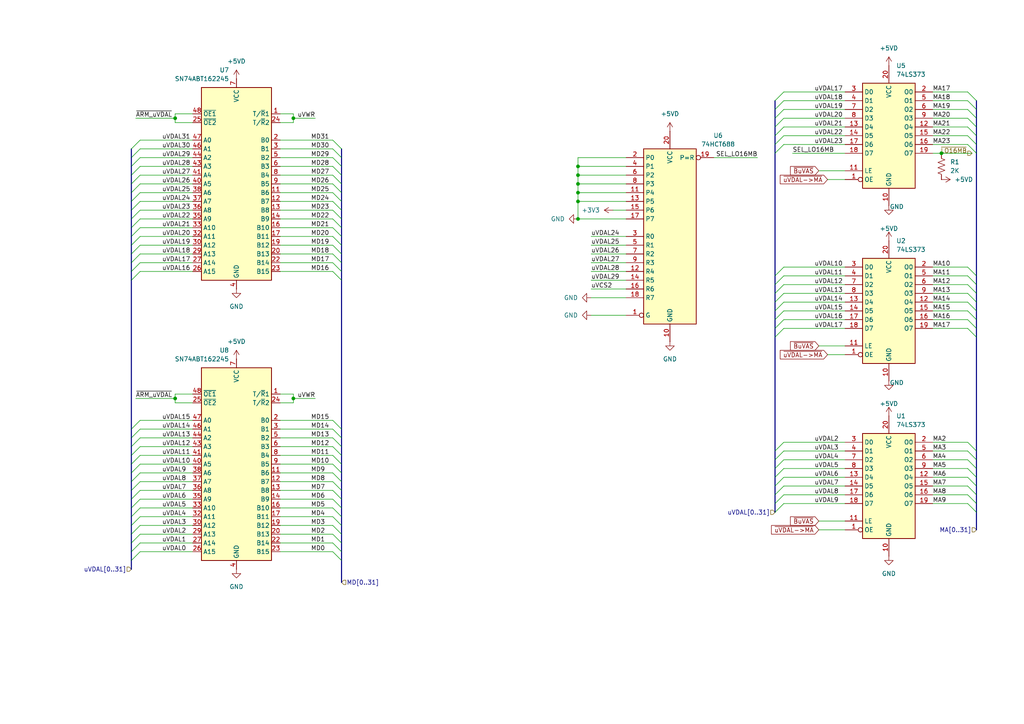
<source format=kicad_sch>
(kicad_sch (version 20250114) (generator "eeschema") (generator_version "9.0")
  (paper "A4")
  (lib_symbols
    (symbol "74xx:74HCT688"
      (property "Reference" "U" (at -7.62 26.67 0))
      (property "Value" "74HCT688" (at -7.62 -26.67 0))
      (symbol "74HCT688_1_0"
        (pin input line (at -12.7 22.86 0) (length 5.08) (name "P0") (number "2"))
        (pin input line (at -12.7 20.32 0) (length 5.08) (name "P1") (number "4"))
        (pin input line (at -12.7 17.78 0) (length 5.08) (name "P2") (number "6"))
        (pin input line (at -12.7 15.24 0) (length 5.08) (name "P3") (number "8"))
        (pin input line (at -12.7 12.7 0) (length 5.08) (name "P4") (number "11"))
        (pin input line (at -12.7 10.16 0) (length 5.08) (name "P5") (number "13"))
        (pin input line (at -12.7 7.62 0) (length 5.08) (name "P6") (number "15"))
        (pin input line (at -12.7 5.08 0) (length 5.08) (name "P7") (number "17"))
        (pin input line (at -12.7 0 0) (length 5.08) (name "R0") (number "3"))
        (pin input line (at -12.7 -2.54 0) (length 5.08) (name "R1") (number "5"))
        (pin input line (at -12.7 -5.08 0) (length 5.08) (name "R2") (number "7"))
        (pin input line (at -12.7 -7.62 0) (length 5.08) (name "R3") (number "9"))
        (pin input line (at -12.7 -10.16 0) (length 5.08) (name "R4") (number "12"))
        (pin input line (at -12.7 -12.7 0) (length 5.08) (name "R5") (number "14"))
        (pin input line (at -12.7 -15.24 0) (length 5.08) (name "R6") (number "16"))
        (pin input line (at -12.7 -17.78 0) (length 5.08) (name "R7") (number "18"))
        (pin input inverted (at -12.7 -22.86 0) (length 5.08) (name "G") (number "1"))
        (pin power_in line (at 0 30.48 270) (length 5.08) (name "VCC") (number "20"))
        (pin power_in line (at 0 -30.48 90) (length 5.08) (name "GND") (number "10"))
        (pin output inverted (at 12.7 22.86 180) (length 5.08) (name "P=R") (number "19"))
      )
      (symbol "74HCT688_1_1"
        (rectangle (start -7.62 25.4) (end 7.62 -25.4) (stroke (width 0.254)) (fill (type background)))
      )
    )
    (symbol "74xx:74LS373"
      (property "Reference" "U" (at -7.62 16.51 0))
      (property "Value" "74LS373" (at -7.62 -16.51 0))
      (symbol "74LS373_1_0"
        (pin input line (at -12.7 12.7 0) (length 5.08) (name "D0") (number "3"))
        (pin input line (at -12.7 10.16 0) (length 5.08) (name "D1") (number "4"))
        (pin input line (at -12.7 7.62 0) (length 5.08) (name "D2") (number "7"))
        (pin input line (at -12.7 5.08 0) (length 5.08) (name "D3") (number "8"))
        (pin input line (at -12.7 2.54 0) (length 5.08) (name "D4") (number "13"))
        (pin input line (at -12.7 0 0) (length 5.08) (name "D5") (number "14"))
        (pin input line (at -12.7 -2.54 0) (length 5.08) (name "D6") (number "17"))
        (pin input line (at -12.7 -5.08 0) (length 5.08) (name "D7") (number "18"))
        (pin input line (at -12.7 -10.16 0) (length 5.08) (name "LE") (number "11"))
        (pin input inverted (at -12.7 -12.7 0) (length 5.08) (name "OE") (number "1"))
        (pin power_in line (at 0 20.32 270) (length 5.08) (name "VCC") (number "20"))
        (pin power_in line (at 0 -20.32 90) (length 5.08) (name "GND") (number "10"))
        (pin tri_state line (at 12.7 12.7 180) (length 5.08) (name "O0") (number "2"))
        (pin tri_state line (at 12.7 10.16 180) (length 5.08) (name "O1") (number "5"))
        (pin tri_state line (at 12.7 7.62 180) (length 5.08) (name "O2") (number "6"))
        (pin tri_state line (at 12.7 5.08 180) (length 5.08) (name "O3") (number "9"))
        (pin tri_state line (at 12.7 2.54 180) (length 5.08) (name "O4") (number "12"))
        (pin tri_state line (at 12.7 0 180) (length 5.08) (name "O5") (number "15"))
        (pin tri_state line (at 12.7 -2.54 180) (length 5.08) (name "O6") (number "16"))
        (pin tri_state line (at 12.7 -5.08 180) (length 5.08) (name "O7") (number "19"))
      )
      (symbol "74LS373_1_1"
        (rectangle (start -7.62 15.24) (end 7.62 -15.24) (stroke (width 0.254)) (fill (type background)))
      )
    )
    (symbol "74xx:MC74LCX16245DT"
      (property "Reference" "U" (at -10.16 29.21 0))
      (property "Value" "MC74LCX16245DT" (at 2.54 -29.21 0))
      (symbol "MC74LCX16245DT_0_1"
        (rectangle (start -10.16 27.94) (end 10.16 -27.94) (stroke (width 0.254)) (fill (type background)))
      )
      (symbol "MC74LCX16245DT_1_1"
        (pin input line (at -12.7 20.32 0) (length 2.54) (name "T/~{R}1") (number "1"))
        (pin input line (at -12.7 17.78 0) (length 2.54) (name "T/~{R}2") (number "24"))
        (pin bidirectional line (at -12.7 12.7 0) (length 2.54) (name "B0") (number "2"))
        (pin bidirectional line (at -12.7 10.16 0) (length 2.54) (name "B1") (number "3"))
        (pin bidirectional line (at -12.7 7.62 0) (length 2.54) (name "B2") (number "5"))
        (pin bidirectional line (at -12.7 5.08 0) (length 2.54) (name "B3") (number "6"))
        (pin bidirectional line (at -12.7 2.54 0) (length 2.54) (name "B4") (number "8"))
        (pin bidirectional line (at -12.7 0 0) (length 2.54) (name "B5") (number "9"))
        (pin bidirectional line (at -12.7 -2.54 0) (length 2.54) (name "B6") (number "11"))
        (pin bidirectional line (at -12.7 -5.08 0) (length 2.54) (name "B7") (number "12"))
        (pin bidirectional line (at -12.7 -7.62 0) (length 2.54) (name "B8") (number "13"))
        (pin bidirectional line (at -12.7 -10.16 0) (length 2.54) (name "B9") (number "14"))
        (pin bidirectional line (at -12.7 -12.7 0) (length 2.54) (name "B10") (number "16"))
        (pin bidirectional line (at -12.7 -15.24 0) (length 2.54) (name "B11") (number "17"))
        (pin bidirectional line (at -12.7 -17.78 0) (length 2.54) (name "B12") (number "19"))
        (pin bidirectional line (at -12.7 -20.32 0) (length 2.54) (name "B13") (number "20"))
        (pin bidirectional line (at -12.7 -22.86 0) (length 2.54) (name "B14") (number "22"))
        (pin bidirectional line (at -12.7 -25.4 0) (length 2.54) (name "B15") (number "23"))
        (pin passive line (at 0 30.48 270) (length 2.54) (hide yes) (name "VCC") (number "18"))
        (pin passive line (at 0 30.48 270) (length 2.54) (hide yes) (name "VCC") (number "31"))
        (pin passive line (at 0 30.48 270) (length 2.54) (hide yes) (name "VCC") (number "42"))
        (pin power_in line (at 0 30.48 270) (length 2.54) (name "VCC") (number "7"))
        (pin passive line (at 0 -30.48 90) (length 2.54) (hide yes) (name "GND") (number "10"))
        (pin passive line (at 0 -30.48 90) (length 2.54) (hide yes) (name "GND") (number "15"))
        (pin passive line (at 0 -30.48 90) (length 2.54) (hide yes) (name "GND") (number "21"))
        (pin passive line (at 0 -30.48 90) (length 2.54) (hide yes) (name "GND") (number "28"))
        (pin passive line (at 0 -30.48 90) (length 2.54) (hide yes) (name "GND") (number "34"))
        (pin passive line (at 0 -30.48 90) (length 2.54) (hide yes) (name "GND") (number "39"))
        (pin power_in line (at 0 -30.48 90) (length 2.54) (name "GND") (number "4"))
        (pin passive line (at 0 -30.48 90) (length 2.54) (hide yes) (name "GND") (number "45"))
        (pin input line (at 12.7 20.32 180) (length 2.54) (name "~{OE1}") (number "48"))
        (pin input line (at 12.7 17.78 180) (length 2.54) (name "~{OE2}") (number "25"))
        (pin bidirectional line (at 12.7 12.7 180) (length 2.54) (name "A0") (number "47"))
        (pin bidirectional line (at 12.7 10.16 180) (length 2.54) (name "A1") (number "46"))
        (pin bidirectional line (at 12.7 7.62 180) (length 2.54) (name "A2") (number "44"))
        (pin bidirectional line (at 12.7 5.08 180) (length 2.54) (name "A3") (number "43"))
        (pin bidirectional line (at 12.7 2.54 180) (length 2.54) (name "A4") (number "41"))
        (pin bidirectional line (at 12.7 0 180) (length 2.54) (name "A5") (number "40"))
        (pin bidirectional line (at 12.7 -2.54 180) (length 2.54) (name "A6") (number "38"))
        (pin bidirectional line (at 12.7 -5.08 180) (length 2.54) (name "A7") (number "37"))
        (pin bidirectional line (at 12.7 -7.62 180) (length 2.54) (name "A8") (number "36"))
        (pin bidirectional line (at 12.7 -10.16 180) (length 2.54) (name "A9") (number "35"))
        (pin bidirectional line (at 12.7 -12.7 180) (length 2.54) (name "A10") (number "33"))
        (pin bidirectional line (at 12.7 -15.24 180) (length 2.54) (name "A11") (number "32"))
        (pin bidirectional line (at 12.7 -17.78 180) (length 2.54) (name "A12") (number "30"))
        (pin bidirectional line (at 12.7 -20.32 180) (length 2.54) (name "A13") (number "29"))
        (pin bidirectional line (at 12.7 -22.86 180) (length 2.54) (name "A14") (number "27"))
        (pin bidirectional line (at 12.7 -25.4 180) (length 2.54) (name "A15") (number "26"))
      )
    )
    (symbol "Device:R_US" (pin_numbers (hide yes)) (pin_names (offset 0))
      (property "Reference" "R" (at 2.54 0 90))
      (property "Value" "R_US" (at -2.54 0 90))
      (symbol "R_US_0_1"
        (polyline (pts (xy 0 2.286) (xy 0 2.54)))
        (polyline (pts (xy 0 2.286) (xy 1.016 1.905) (xy 0 1.524) (xy -1.016 1.143) (xy 0 0.762)))
        (polyline (pts (xy 0 0.762) (xy 1.016 0.381) (xy 0 0) (xy -1.016 -0.381) (xy 0 -0.762)))
        (polyline (pts (xy 0 -0.762) (xy 1.016 -1.143) (xy 0 -1.524) (xy -1.016 -1.905) (xy 0 -2.286)))
        (polyline (pts (xy 0 -2.286) (xy 0 -2.54)))
      )
      (symbol "R_US_1_1"
        (pin passive line (at 0 3.81 270) (length 1.27) (name "~") (number "1"))
        (pin passive line (at 0 -3.81 90) (length 1.27) (name "~") (number "2"))
      )
    )
    (symbol "power:+3V3" (power) (pin_numbers (hide yes)) (pin_names (offset 0) (hide yes))
      (property "Value" "+3V3" (at 0 3.556 0))
      (symbol "+3V3_0_1"
        (polyline (pts (xy -0.762 1.27) (xy 0 2.54)))
        (polyline (pts (xy 0 2.54) (xy 0.762 1.27)))
        (polyline (pts (xy 0 0) (xy 0 2.54)))
      )
      (symbol "+3V3_1_1"
        (pin power_in line (at 0 0 90) (length 0) (name "~") (number "1"))
      )
    )
    (symbol "power:+5VD" (power) (pin_numbers (hide yes)) (pin_names (offset 0) (hide yes))
      (property "Value" "+5VD" (at 0 3.556 0))
      (symbol "+5VD_0_1"
        (polyline (pts (xy -0.762 1.27) (xy 0 2.54)))
        (polyline (pts (xy 0 2.54) (xy 0.762 1.27)))
        (polyline (pts (xy 0 0) (xy 0 2.54)))
      )
      (symbol "+5VD_1_1"
        (pin power_in line (at 0 0 90) (length 0) (name "~") (number "1"))
      )
    )
    (symbol "power:GND" (power) (pin_numbers (hide yes)) (pin_names (offset 0) (hide yes))
      (property "Value" "GND" (at 0 -3.81 0))
      (symbol "GND_0_1"
        (polyline (pts (xy 0 0) (xy 0 -1.27) (xy 1.27 -1.27) (xy 0 -2.54) (xy -1.27 -1.27) (xy 0 -1.27)))
      )
      (symbol "GND_1_1"
        (pin power_in line (at 0 0 270) (length 0) (name "~") (number "1"))
      )
    )
  )
  (junction (at 167.64 58.42))
  (junction (at 167.64 50.8))
  (junction (at 167.64 63.5))
  (junction (at 167.64 55.88))
  (junction (at 167.64 48.26))
  (junction (at 85.09 34.29))
  (junction (at 50.8 115.57))
  (junction (at 50.8 34.29))
  (junction (at 273.05 44.45))
  (junction (at 167.64 53.34))
  (junction (at 85.09 115.57))
  (bus_entry (at 38.1 147.32) (size 2.54 -2.54))
  (bus_entry (at 224.79 148.59) (size 2.54 -2.54))
  (bus_entry (at 99.06 142.24) (size -2.54 -2.54))
  (bus_entry (at 283.21 36.83) (size -2.54 -2.54))
  (bus_entry (at 99.06 134.62) (size -2.54 -2.54))
  (bus_entry (at 224.79 34.29) (size 2.54 -2.54))
  (bus_entry (at 38.1 73.66) (size 2.54 -2.54))
  (bus_entry (at 283.21 130.81) (size -2.54 -2.54))
  (bus_entry (at 283.21 148.59) (size -2.54 -2.54))
  (bus_entry (at 99.06 53.34) (size -2.54 -2.54))
  (bus_entry (at 224.79 31.75) (size 2.54 -2.54))
  (bus_entry (at 99.06 73.66) (size -2.54 -2.54))
  (bus_entry (at 283.21 39.37) (size -2.54 -2.54))
  (bus_entry (at 99.06 124.46) (size -2.54 -2.54))
  (bus_entry (at 224.79 80.01) (size 2.54 -2.54))
  (bus_entry (at 99.06 129.54) (size -2.54 -2.54))
  (bus_entry (at 283.21 97.79) (size -2.54 -2.54))
  (bus_entry (at 224.79 130.81) (size 2.54 -2.54))
  (bus_entry (at 224.79 82.55) (size 2.54 -2.54))
  (bus_entry (at 283.21 87.63) (size -2.54 -2.54))
  (bus_entry (at 283.21 29.21) (size -2.54 -2.54))
  (bus_entry (at 38.1 137.16) (size 2.54 -2.54))
  (bus_entry (at 99.06 60.96) (size -2.54 -2.54))
  (bus_entry (at 283.21 135.89) (size -2.54 -2.54))
  (bus_entry (at 224.79 39.37) (size 2.54 -2.54))
  (bus_entry (at 224.79 95.25) (size 2.54 -2.54))
  (bus_entry (at 99.06 48.26) (size -2.54 -2.54))
  (bus_entry (at 38.1 63.5) (size 2.54 -2.54))
  (bus_entry (at 38.1 76.2) (size 2.54 -2.54))
  (bus_entry (at 99.06 68.58) (size -2.54 -2.54))
  (bus_entry (at 99.06 132.08) (size -2.54 -2.54))
  (bus_entry (at 38.1 60.96) (size 2.54 -2.54))
  (bus_entry (at 99.06 78.74) (size -2.54 -2.54))
  (bus_entry (at 99.06 147.32) (size -2.54 -2.54))
  (bus_entry (at 224.79 87.63) (size 2.54 -2.54))
  (bus_entry (at 99.06 162.56) (size -2.54 -2.54))
  (bus_entry (at 38.1 68.58) (size 2.54 -2.54))
  (bus_entry (at 99.06 154.94) (size -2.54 -2.54))
  (bus_entry (at 224.79 41.91) (size 2.54 -2.54))
  (bus_entry (at 99.06 127) (size -2.54 -2.54))
  (bus_entry (at 283.21 143.51) (size -2.54 -2.54))
  (bus_entry (at 38.1 53.34) (size 2.54 -2.54))
  (bus_entry (at 224.79 133.35) (size 2.54 -2.54))
  (bus_entry (at 224.79 140.97) (size 2.54 -2.54))
  (bus_entry (at 99.06 139.7) (size -2.54 -2.54))
  (bus_entry (at 38.1 43.18) (size 2.54 -2.54))
  (bus_entry (at 283.21 146.05) (size -2.54 -2.54))
  (bus_entry (at 38.1 149.86) (size 2.54 -2.54))
  (bus_entry (at 283.21 140.97) (size -2.54 -2.54))
  (bus_entry (at 38.1 66.04) (size 2.54 -2.54))
  (bus_entry (at 224.79 44.45) (size 2.54 -2.54))
  (bus_entry (at 38.1 162.56) (size 2.54 -2.54))
  (bus_entry (at 38.1 50.8) (size 2.54 -2.54))
  (bus_entry (at 99.06 66.04) (size -2.54 -2.54))
  (bus_entry (at 224.79 135.89) (size 2.54 -2.54))
  (bus_entry (at 283.21 82.55) (size -2.54 -2.54))
  (bus_entry (at 99.06 45.72) (size -2.54 -2.54))
  (bus_entry (at 38.1 132.08) (size 2.54 -2.54))
  (bus_entry (at 38.1 152.4) (size 2.54 -2.54))
  (bus_entry (at 99.06 76.2) (size -2.54 -2.54))
  (bus_entry (at 224.79 90.17) (size 2.54 -2.54))
  (bus_entry (at 99.06 152.4) (size -2.54 -2.54))
  (bus_entry (at 38.1 58.42) (size 2.54 -2.54))
  (bus_entry (at 283.21 44.45) (size -2.54 -2.54))
  (bus_entry (at 224.79 29.21) (size 2.54 -2.54))
  (bus_entry (at 38.1 78.74) (size 2.54 -2.54))
  (bus_entry (at 38.1 134.62) (size 2.54 -2.54))
  (bus_entry (at 99.06 43.18) (size -2.54 -2.54))
  (bus_entry (at 283.21 92.71) (size -2.54 -2.54))
  (bus_entry (at 38.1 160.02) (size 2.54 -2.54))
  (bus_entry (at 224.79 143.51) (size 2.54 -2.54))
  (bus_entry (at 38.1 71.12) (size 2.54 -2.54))
  (bus_entry (at 38.1 154.94) (size 2.54 -2.54))
  (bus_entry (at 224.79 36.83) (size 2.54 -2.54))
  (bus_entry (at 283.21 85.09) (size -2.54 -2.54))
  (bus_entry (at 99.06 157.48) (size -2.54 -2.54))
  (bus_entry (at 99.06 71.12) (size -2.54 -2.54))
  (bus_entry (at 283.21 90.17) (size -2.54 -2.54))
  (bus_entry (at 38.1 55.88) (size 2.54 -2.54))
  (bus_entry (at 38.1 157.48) (size 2.54 -2.54))
  (bus_entry (at 38.1 81.28) (size 2.54 -2.54))
  (bus_entry (at 224.79 85.09) (size 2.54 -2.54))
  (bus_entry (at 283.21 138.43) (size -2.54 -2.54))
  (bus_entry (at 38.1 48.26) (size 2.54 -2.54))
  (bus_entry (at 224.79 92.71) (size 2.54 -2.54))
  (bus_entry (at 283.21 133.35) (size -2.54 -2.54))
  (bus_entry (at 224.79 146.05) (size 2.54 -2.54))
  (bus_entry (at 224.79 138.43) (size 2.54 -2.54))
  (bus_entry (at 38.1 124.46) (size 2.54 -2.54))
  (bus_entry (at 99.06 58.42) (size -2.54 -2.54))
  (bus_entry (at 38.1 45.72) (size 2.54 -2.54))
  (bus_entry (at 283.21 31.75) (size -2.54 -2.54))
  (bus_entry (at 38.1 139.7) (size 2.54 -2.54))
  (bus_entry (at 283.21 95.25) (size -2.54 -2.54))
  (bus_entry (at 283.21 41.91) (size -2.54 -2.54))
  (bus_entry (at 99.06 144.78) (size -2.54 -2.54))
  (bus_entry (at 283.21 80.01) (size -2.54 -2.54))
  (bus_entry (at 99.06 160.02) (size -2.54 -2.54))
  (bus_entry (at 38.1 129.54) (size 2.54 -2.54))
  (bus_entry (at 99.06 63.5) (size -2.54 -2.54))
  (bus_entry (at 283.21 34.29) (size -2.54 -2.54))
  (bus_entry (at 38.1 144.78) (size 2.54 -2.54))
  (bus_entry (at 99.06 137.16) (size -2.54 -2.54))
  (bus_entry (at 38.1 142.24) (size 2.54 -2.54))
  (bus_entry (at 99.06 50.8) (size -2.54 -2.54))
  (bus_entry (at 99.06 55.88) (size -2.54 -2.54))
  (bus_entry (at 99.06 149.86) (size -2.54 -2.54))
  (bus_entry (at 99.06 81.28) (size -2.54 -2.54))
  (bus_entry (at 38.1 127) (size 2.54 -2.54))
  (bus_entry (at 224.79 97.79) (size 2.54 -2.54))
  (wire (pts (xy 167.64 48.26) (xy 181.61 48.26)))
  (wire (pts (xy 55.88 114.3) (xy 50.8 114.3)))
  (bus (pts (xy 38.1 60.96) (xy 38.1 63.5)))
  (bus (pts (xy 224.79 87.63) (xy 224.79 90.17)))
  (wire (pts (xy 40.64 129.54) (xy 55.88 129.54)))
  (wire (pts (xy 50.8 116.84) (xy 55.88 116.84)))
  (bus (pts (xy 99.06 129.54) (xy 99.06 132.08)))
  (wire (pts (xy 229.87 44.45) (xy 245.11 44.45)))
  (wire (pts (xy 40.64 124.46) (xy 55.88 124.46)))
  (wire (pts (xy 227.33 130.81) (xy 245.11 130.81)))
  (bus (pts (xy 38.1 63.5) (xy 38.1 66.04)))
  (wire (pts (xy 40.64 55.88) (xy 55.88 55.88)))
  (wire (pts (xy 81.28 152.4) (xy 96.52 152.4)))
  (bus (pts (xy 38.1 157.48) (xy 38.1 160.02)))
  (bus (pts (xy 283.21 87.63) (xy 283.21 90.17)))
  (wire (pts (xy 270.51 130.81) (xy 280.67 130.81)))
  (bus (pts (xy 38.1 149.86) (xy 38.1 152.4)))
  (bus (pts (xy 99.06 66.04) (xy 99.06 68.58)))
  (bus (pts (xy 38.1 134.62) (xy 38.1 137.16)))
  (wire (pts (xy 270.51 80.01) (xy 280.67 80.01)))
  (wire (pts (xy 40.64 132.08) (xy 55.88 132.08)))
  (wire (pts (xy 81.28 114.3) (xy 85.09 114.3)))
  (bus (pts (xy 224.79 80.01) (xy 224.79 82.55)))
  (bus (pts (xy 283.21 140.97) (xy 283.21 143.51)))
  (wire (pts (xy 81.28 35.56) (xy 85.09 35.56)))
  (bus (pts (xy 38.1 147.32) (xy 38.1 149.86)))
  (wire (pts (xy 273.05 44.45) (xy 281.94 44.45)))
  (wire (pts (xy 85.09 34.29) (xy 85.09 35.56)))
  (bus (pts (xy 38.1 160.02) (xy 38.1 162.56)))
  (wire (pts (xy 227.33 146.05) (xy 245.11 146.05)))
  (bus (pts (xy 38.1 66.04) (xy 38.1 68.58)))
  (wire (pts (xy 177.8 60.96) (xy 181.61 60.96)))
  (bus (pts (xy 99.06 134.62) (xy 99.06 137.16)))
  (wire (pts (xy 227.33 41.91) (xy 245.11 41.91)))
  (wire (pts (xy 227.33 135.89) (xy 245.11 135.89)))
  (wire (pts (xy 40.64 43.18) (xy 55.88 43.18)))
  (wire (pts (xy 227.33 133.35) (xy 245.11 133.35)))
  (wire (pts (xy 270.51 87.63) (xy 280.67 87.63)))
  (wire (pts (xy 81.28 76.2) (xy 96.52 76.2)))
  (bus (pts (xy 99.06 139.7) (xy 99.06 142.24)))
  (bus (pts (xy 38.1 139.7) (xy 38.1 142.24)))
  (bus (pts (xy 99.06 43.18) (xy 99.06 45.72)))
  (wire (pts (xy 171.45 83.82) (xy 181.61 83.82)))
  (bus (pts (xy 224.79 82.55) (xy 224.79 85.09)))
  (wire (pts (xy 85.09 114.3) (xy 85.09 115.57)))
  (wire (pts (xy 81.28 53.34) (xy 96.52 53.34)))
  (wire (pts (xy 40.64 121.92) (xy 55.88 121.92)))
  (bus (pts (xy 224.79 29.21) (xy 224.79 31.75)))
  (wire (pts (xy 81.28 55.88) (xy 96.52 55.88)))
  (wire (pts (xy 270.51 95.25) (xy 280.67 95.25)))
  (wire (pts (xy 50.8 35.56) (xy 55.88 35.56)))
  (bus (pts (xy 224.79 143.51) (xy 224.79 146.05)))
  (bus (pts (xy 224.79 135.89) (xy 224.79 138.43)))
  (wire (pts (xy 40.64 157.48) (xy 55.88 157.48)))
  (bus (pts (xy 99.06 157.48) (xy 99.06 160.02)))
  (wire (pts (xy 270.51 140.97) (xy 280.67 140.97)))
  (wire (pts (xy 81.28 157.48) (xy 96.52 157.48)))
  (wire (pts (xy 227.33 140.97) (xy 245.11 140.97)))
  (wire (pts (xy 227.33 85.09) (xy 245.11 85.09)))
  (bus (pts (xy 283.21 85.09) (xy 283.21 87.63)))
  (wire (pts (xy 40.64 152.4) (xy 55.88 152.4)))
  (wire (pts (xy 50.8 115.57) (xy 50.8 116.84)))
  (wire (pts (xy 270.51 85.09) (xy 280.67 85.09)))
  (bus (pts (xy 99.06 127) (xy 99.06 129.54)))
  (bus (pts (xy 99.06 124.46) (xy 99.06 127)))
  (wire (pts (xy 40.64 160.02) (xy 55.88 160.02)))
  (wire (pts (xy 81.28 60.96) (xy 96.52 60.96)))
  (wire (pts (xy 171.45 81.28) (xy 181.61 81.28)))
  (wire (pts (xy 40.64 149.86) (xy 55.88 149.86)))
  (wire (pts (xy 240.03 52.07) (xy 245.11 52.07)))
  (bus (pts (xy 224.79 95.25) (xy 224.79 97.79)))
  (wire (pts (xy 81.28 48.26) (xy 96.52 48.26)))
  (wire (pts (xy 270.51 34.29) (xy 280.67 34.29)))
  (bus (pts (xy 283.21 133.35) (xy 283.21 135.89)))
  (wire (pts (xy 227.33 143.51) (xy 245.11 143.51)))
  (wire (pts (xy 270.51 146.05) (xy 280.67 146.05)))
  (bus (pts (xy 38.1 127) (xy 38.1 129.54)))
  (bus (pts (xy 99.06 45.72) (xy 99.06 48.26)))
  (wire (pts (xy 171.45 71.12) (xy 181.61 71.12)))
  (wire (pts (xy 227.33 39.37) (xy 245.11 39.37)))
  (bus (pts (xy 99.06 71.12) (xy 99.06 73.66)))
  (bus (pts (xy 283.21 44.45) (xy 283.21 80.01)))
  (bus (pts (xy 99.06 55.88) (xy 99.06 58.42)))
  (wire (pts (xy 270.51 92.71) (xy 280.67 92.71)))
  (wire (pts (xy 270.51 143.51) (xy 280.67 143.51)))
  (bus (pts (xy 224.79 85.09) (xy 224.79 87.63)))
  (wire (pts (xy 167.64 53.34) (xy 167.64 50.8)))
  (wire (pts (xy 81.28 154.94) (xy 96.52 154.94)))
  (bus (pts (xy 224.79 90.17) (xy 224.79 92.71)))
  (wire (pts (xy 40.64 48.26) (xy 55.88 48.26)))
  (bus (pts (xy 38.1 152.4) (xy 38.1 154.94)))
  (wire (pts (xy 171.45 76.2) (xy 181.61 76.2)))
  (bus (pts (xy 283.21 138.43) (xy 283.21 140.97)))
  (bus (pts (xy 283.21 29.21) (xy 283.21 31.75)))
  (wire (pts (xy 171.45 68.58) (xy 181.61 68.58)))
  (wire (pts (xy 270.51 128.27) (xy 280.67 128.27)))
  (wire (pts (xy 81.28 116.84) (xy 85.09 116.84)))
  (bus (pts (xy 224.79 92.71) (xy 224.79 95.25)))
  (wire (pts (xy 167.64 63.5) (xy 167.64 58.42)))
  (wire (pts (xy 81.28 160.02) (xy 96.52 160.02)))
  (wire (pts (xy 270.51 135.89) (xy 280.67 135.89)))
  (bus (pts (xy 38.1 162.56) (xy 38.1 165.1)))
  (wire (pts (xy 40.64 73.66) (xy 55.88 73.66)))
  (wire (pts (xy 227.33 77.47) (xy 245.11 77.47)))
  (bus (pts (xy 224.79 140.97) (xy 224.79 143.51)))
  (bus (pts (xy 283.21 90.17) (xy 283.21 92.71)))
  (bus (pts (xy 38.1 73.66) (xy 38.1 76.2)))
  (wire (pts (xy 85.09 33.02) (xy 85.09 34.29)))
  (wire (pts (xy 270.51 29.21) (xy 280.67 29.21)))
  (bus (pts (xy 38.1 137.16) (xy 38.1 139.7)))
  (wire (pts (xy 40.64 66.04) (xy 55.88 66.04)))
  (wire (pts (xy 81.28 121.92) (xy 96.52 121.92)))
  (wire (pts (xy 40.64 63.5) (xy 55.88 63.5)))
  (bus (pts (xy 38.1 45.72) (xy 38.1 48.26)))
  (bus (pts (xy 224.79 97.79) (xy 224.79 130.81)))
  (wire (pts (xy 81.28 45.72) (xy 96.52 45.72)))
  (bus (pts (xy 224.79 44.45) (xy 224.79 80.01)))
  (bus (pts (xy 283.21 92.71) (xy 283.21 95.25)))
  (bus (pts (xy 283.21 95.25) (xy 283.21 97.79)))
  (wire (pts (xy 270.51 82.55) (xy 280.67 82.55)))
  (bus (pts (xy 283.21 135.89) (xy 283.21 138.43)))
  (wire (pts (xy 81.28 127) (xy 96.52 127)))
  (wire (pts (xy 40.64 147.32) (xy 55.88 147.32)))
  (wire (pts (xy 167.64 58.42) (xy 167.64 55.88)))
  (wire (pts (xy 40.64 139.7) (xy 55.88 139.7)))
  (wire (pts (xy 270.51 133.35) (xy 280.67 133.35)))
  (wire (pts (xy 81.28 63.5) (xy 96.52 63.5)))
  (wire (pts (xy 81.28 68.58) (xy 96.52 68.58)))
  (wire (pts (xy 81.28 137.16) (xy 96.52 137.16)))
  (wire (pts (xy 167.64 55.88) (xy 167.64 53.34)))
  (bus (pts (xy 38.1 142.24) (xy 38.1 144.78)))
  (bus (pts (xy 38.1 132.08) (xy 38.1 134.62)))
  (wire (pts (xy 167.64 58.42) (xy 181.61 58.42)))
  (bus (pts (xy 38.1 58.42) (xy 38.1 60.96)))
  (bus (pts (xy 224.79 146.05) (xy 224.79 148.59)))
  (wire (pts (xy 227.33 26.67) (xy 245.11 26.67)))
  (bus (pts (xy 99.06 76.2) (xy 99.06 78.74)))
  (wire (pts (xy 40.64 76.2) (xy 55.88 76.2)))
  (wire (pts (xy 227.33 36.83) (xy 245.11 36.83)))
  (wire (pts (xy 81.28 50.8) (xy 96.52 50.8)))
  (wire (pts (xy 171.45 91.44) (xy 181.61 91.44)))
  (bus (pts (xy 283.21 36.83) (xy 283.21 39.37)))
  (bus (pts (xy 38.1 50.8) (xy 38.1 53.34)))
  (bus (pts (xy 224.79 36.83) (xy 224.79 39.37)))
  (bus (pts (xy 38.1 124.46) (xy 38.1 127)))
  (bus (pts (xy 38.1 76.2) (xy 38.1 78.74)))
  (bus (pts (xy 99.06 81.28) (xy 99.06 124.46)))
  (wire (pts (xy 237.49 49.53) (xy 245.11 49.53)))
  (wire (pts (xy 237.49 151.13) (xy 245.11 151.13)))
  (bus (pts (xy 283.21 130.81) (xy 283.21 133.35)))
  (wire (pts (xy 171.45 78.74) (xy 181.61 78.74)))
  (bus (pts (xy 224.79 39.37) (xy 224.79 41.91)))
  (bus (pts (xy 99.06 58.42) (xy 99.06 60.96)))
  (bus (pts (xy 283.21 82.55) (xy 283.21 85.09)))
  (bus (pts (xy 99.06 149.86) (xy 99.06 152.4)))
  (bus (pts (xy 283.21 97.79) (xy 283.21 130.81)))
  (wire (pts (xy 40.64 142.24) (xy 55.88 142.24)))
  (wire (pts (xy 81.28 66.04) (xy 96.52 66.04)))
  (wire (pts (xy 227.33 92.71) (xy 245.11 92.71)))
  (bus (pts (xy 99.06 63.5) (xy 99.06 66.04)))
  (wire (pts (xy 237.49 153.67) (xy 245.11 153.67)))
  (wire (pts (xy 227.33 34.29) (xy 245.11 34.29)))
  (bus (pts (xy 99.06 152.4) (xy 99.06 154.94)))
  (wire (pts (xy 270.51 39.37) (xy 280.67 39.37)))
  (wire (pts (xy 171.45 86.36) (xy 181.61 86.36)))
  (wire (pts (xy 40.64 60.96) (xy 55.88 60.96)))
  (bus (pts (xy 99.06 147.32) (xy 99.06 149.86)))
  (bus (pts (xy 99.06 162.56) (xy 99.06 168.91)))
  (bus (pts (xy 283.21 146.05) (xy 283.21 148.59)))
  (wire (pts (xy 81.28 132.08) (xy 96.52 132.08)))
  (wire (pts (xy 270.51 44.45) (xy 273.05 44.45)))
  (wire (pts (xy 39.37 115.57) (xy 50.8 115.57)))
  (bus (pts (xy 99.06 50.8) (xy 99.06 53.34)))
  (wire (pts (xy 81.28 43.18) (xy 96.52 43.18)))
  (wire (pts (xy 40.64 71.12) (xy 55.88 71.12)))
  (bus (pts (xy 38.1 81.28) (xy 38.1 124.46)))
  (wire (pts (xy 50.8 34.29) (xy 50.8 35.56)))
  (wire (pts (xy 50.8 33.02) (xy 50.8 34.29)))
  (bus (pts (xy 283.21 143.51) (xy 283.21 146.05)))
  (bus (pts (xy 38.1 68.58) (xy 38.1 71.12)))
  (bus (pts (xy 38.1 154.94) (xy 38.1 157.48)))
  (wire (pts (xy 227.33 82.55) (xy 245.11 82.55)))
  (wire (pts (xy 81.28 71.12) (xy 96.52 71.12)))
  (wire (pts (xy 240.03 102.87) (xy 245.11 102.87)))
  (wire (pts (xy 237.49 100.33) (xy 245.11 100.33)))
  (wire (pts (xy 40.64 144.78) (xy 55.88 144.78)))
  (wire (pts (xy 40.64 45.72) (xy 55.88 45.72)))
  (wire (pts (xy 40.64 40.64) (xy 55.88 40.64)))
  (bus (pts (xy 224.79 34.29) (xy 224.79 36.83)))
  (wire (pts (xy 40.64 50.8) (xy 55.88 50.8)))
  (wire (pts (xy 227.33 31.75) (xy 245.11 31.75)))
  (wire (pts (xy 171.45 73.66) (xy 181.61 73.66)))
  (wire (pts (xy 40.64 137.16) (xy 55.88 137.16)))
  (wire (pts (xy 167.64 48.26) (xy 167.64 45.72)))
  (wire (pts (xy 167.64 45.72) (xy 181.61 45.72)))
  (bus (pts (xy 283.21 31.75) (xy 283.21 34.29)))
  (bus (pts (xy 38.1 48.26) (xy 38.1 50.8)))
  (wire (pts (xy 270.51 138.43) (xy 280.67 138.43)))
  (wire (pts (xy 270.51 31.75) (xy 280.67 31.75)))
  (wire (pts (xy 81.28 78.74) (xy 96.52 78.74)))
  (wire (pts (xy 85.09 115.57) (xy 85.09 116.84)))
  (wire (pts (xy 40.64 78.74) (xy 55.88 78.74)))
  (wire (pts (xy 39.37 34.29) (xy 50.8 34.29)))
  (wire (pts (xy 227.33 90.17) (xy 245.11 90.17)))
  (wire (pts (xy 167.64 63.5) (xy 181.61 63.5)))
  (wire (pts (xy 81.28 144.78) (xy 96.52 144.78)))
  (bus (pts (xy 38.1 71.12) (xy 38.1 73.66)))
  (bus (pts (xy 99.06 142.24) (xy 99.06 144.78)))
  (wire (pts (xy 85.09 115.57) (xy 91.44 115.57)))
  (bus (pts (xy 99.06 48.26) (xy 99.06 50.8)))
  (wire (pts (xy 81.28 33.02) (xy 85.09 33.02)))
  (wire (pts (xy 81.28 73.66) (xy 96.52 73.66)))
  (bus (pts (xy 38.1 53.34) (xy 38.1 55.88)))
  (bus (pts (xy 38.1 55.88) (xy 38.1 58.42)))
  (bus (pts (xy 99.06 78.74) (xy 99.06 81.28)))
  (wire (pts (xy 40.64 127) (xy 55.88 127)))
  (bus (pts (xy 99.06 137.16) (xy 99.06 139.7)))
  (bus (pts (xy 38.1 144.78) (xy 38.1 147.32)))
  (wire (pts (xy 81.28 147.32) (xy 96.52 147.32)))
  (wire (pts (xy 81.28 139.7) (xy 96.52 139.7)))
  (wire (pts (xy 50.8 114.3) (xy 50.8 115.57)))
  (bus (pts (xy 99.06 160.02) (xy 99.06 162.56)))
  (wire (pts (xy 270.51 36.83) (xy 280.67 36.83)))
  (bus (pts (xy 99.06 154.94) (xy 99.06 157.48)))
  (wire (pts (xy 207.01 45.72) (xy 219.71 45.72)))
  (bus (pts (xy 99.06 60.96) (xy 99.06 63.5)))
  (wire (pts (xy 227.33 87.63) (xy 245.11 87.63)))
  (wire (pts (xy 167.64 53.34) (xy 181.61 53.34)))
  (bus (pts (xy 99.06 53.34) (xy 99.06 55.88)))
  (bus (pts (xy 99.06 68.58) (xy 99.06 71.12)))
  (bus (pts (xy 224.79 41.91) (xy 224.79 44.45)))
  (wire (pts (xy 81.28 134.62) (xy 96.52 134.62)))
  (wire (pts (xy 270.51 41.91) (xy 280.67 41.91)))
  (wire (pts (xy 167.64 50.8) (xy 181.61 50.8)))
  (wire (pts (xy 81.28 129.54) (xy 96.52 129.54)))
  (wire (pts (xy 55.88 33.02) (xy 50.8 33.02)))
  (bus (pts (xy 283.21 80.01) (xy 283.21 82.55)))
  (bus (pts (xy 224.79 130.81) (xy 224.79 133.35)))
  (bus (pts (xy 224.79 31.75) (xy 224.79 34.29)))
  (wire (pts (xy 227.33 95.25) (xy 245.11 95.25)))
  (wire (pts (xy 270.51 77.47) (xy 280.67 77.47)))
  (wire (pts (xy 81.28 124.46) (xy 96.52 124.46)))
  (wire (pts (xy 167.64 55.88) (xy 181.61 55.88)))
  (wire (pts (xy 81.28 149.86) (xy 96.52 149.86)))
  (wire (pts (xy 85.09 34.29) (xy 91.44 34.29)))
  (wire (pts (xy 40.64 134.62) (xy 55.88 134.62)))
  (wire (pts (xy 40.64 58.42) (xy 55.88 58.42)))
  (bus (pts (xy 224.79 133.35) (xy 224.79 135.89)))
  (bus (pts (xy 99.06 144.78) (xy 99.06 147.32)))
  (bus (pts (xy 283.21 39.37) (xy 283.21 41.91)))
  (bus (pts (xy 283.21 148.59) (xy 283.21 153.67)))
  (wire (pts (xy 167.64 50.8) (xy 167.64 48.26)))
  (wire (pts (xy 40.64 53.34) (xy 55.88 53.34)))
  (bus (pts (xy 99.06 73.66) (xy 99.06 76.2)))
  (wire (pts (xy 40.64 154.94) (xy 55.88 154.94)))
  (wire (pts (xy 270.51 90.17) (xy 280.67 90.17)))
  (bus (pts (xy 38.1 78.74) (xy 38.1 81.28)))
  (wire (pts (xy 227.33 138.43) (xy 245.11 138.43)))
  (wire (pts (xy 270.51 26.67) (xy 280.67 26.67)))
  (wire (pts (xy 40.64 68.58) (xy 55.88 68.58)))
  (bus (pts (xy 38.1 129.54) (xy 38.1 132.08)))
  (bus (pts (xy 224.79 138.43) (xy 224.79 140.97)))
  (wire (pts (xy 81.28 40.64) (xy 96.52 40.64)))
  (wire (pts (xy 81.28 142.24) (xy 96.52 142.24)))
  (wire (pts (xy 227.33 80.01) (xy 245.11 80.01)))
  (wire (pts (xy 227.33 29.21) (xy 245.11 29.21)))
  (bus (pts (xy 99.06 132.08) (xy 99.06 134.62)))
  (wire (pts (xy 81.28 58.42) (xy 96.52 58.42)))
  (bus (pts (xy 38.1 43.18) (xy 38.1 45.72)))
  (bus (pts (xy 283.21 41.91) (xy 283.21 44.45)))
  (bus (pts (xy 283.21 34.29) (xy 283.21 36.83)))
  (wire (pts (xy 227.33 128.27) (xy 245.11 128.27)))
  (label "MD12" (at 90.17 129.54 0))
  (label "uVDAL25" (at 171.45 71.12 0))
  (label "uVDAL22" (at 46.99 63.5 0))
  (label "MD18" (at 90.17 73.66 0))
  (label "uVDAL26" (at 46.99 53.34 0))
  (label "uVDAL13" (at 236.22 85.09 0))
  (label "MD17" (at 90.17 76.2 0))
  (label "uVDAL17" (at 236.22 95.25 0))
  (label "MD2" (at 90.17 154.94 0))
  (label "uVDAL3" (at 236.22 130.81 0))
  (label "MD27" (at 90.17 50.8 0))
  (label "uVDAL12" (at 46.99 129.54 0))
  (label "MA19" (at 270.51 31.75 0))
  (label "uVDAL26" (at 171.45 73.66 0))
  (label "uVDAL3" (at 46.99 152.4 0))
  (label "uVDAL21" (at 236.22 36.83 0))
  (label "uVDAL18" (at 236.22 29.21 0))
  (label "uVDAL1" (at 46.99 157.48 0))
  (label "MD13" (at 90.17 127 0))
  (label "MD31" (at 90.17 40.64 0))
  (label "MD23" (at 90.17 60.96 0))
  (label "MD30" (at 90.17 43.18 0))
  (label "MD19" (at 90.17 71.12 0))
  (label "MD7" (at 90.17 142.24 0))
  (label "MA22" (at 270.51 39.37 0))
  (label "uVDAL2" (at 236.22 128.27 0))
  (label "MA10" (at 270.51 77.47 0))
  (label "MA23" (at 270.51 41.91 0))
  (label "uVDAL16" (at 46.99 78.74 0))
  (label "uVDAL17" (at 236.22 26.67 0))
  (label "MD16" (at 90.17 78.74 0))
  (label "uVDAL12" (at 236.22 82.55 0))
  (label "uVDAL5" (at 236.22 135.89 0))
  (label "MA5" (at 270.51 135.89 0))
  (label "~{ARM_uVDAL}" (at 39.37 34.29 0))
  (label "uVDAL19" (at 46.99 71.12 0))
  (label "MD10" (at 90.17 134.62 0))
  (label "MA14" (at 270.51 87.63 0))
  (label "uVDAL8" (at 46.99 139.7 0))
  (label "MA3" (at 270.51 130.81 0))
  (label "SEL_LO16MB" (at 229.87 44.45 0))
  (label "uVDAL10" (at 46.99 134.62 0))
  (label "uVDAL19" (at 236.22 31.75 0))
  (label "MD22" (at 90.17 63.5 0))
  (label "uVDAL20" (at 236.22 34.29 0))
  (label "SEL_LO16MB" (at 219.71 45.72 180))
  (label "uVDAL24" (at 46.99 58.42 0))
  (label "uVDAL7" (at 46.99 142.24 0))
  (label "MD1" (at 90.17 157.48 0))
  (label "uVDAL21" (at 46.99 66.04 0))
  (label "MA11" (at 270.51 80.01 0))
  (label "uVDAL2" (at 46.99 154.94 0))
  (label "uVDAL11" (at 46.99 132.08 0))
  (label "MD8" (at 90.17 139.7 0))
  (label "uVDAL0" (at 46.99 160.02 0))
  (label "uVDAL4" (at 236.22 133.35 0))
  (label "uVDAL22" (at 236.22 39.37 0))
  (label "MA17" (at 270.51 95.25 0))
  (label "MD15" (at 90.17 121.92 0))
  (label "MA18" (at 270.51 29.21 0))
  (label "uVDAL24" (at 171.45 68.58 0))
  (label "uVDAL29" (at 46.99 45.72 0))
  (label "uVWR" (at 91.44 34.29 180))
  (label "uVDAL4" (at 46.99 149.86 0))
  (label "uVDAL10" (at 236.22 77.47 0))
  (label "MD28" (at 90.17 48.26 0))
  (label "MA12" (at 270.51 82.55 0))
  (label "MD26" (at 90.17 53.34 0))
  (label "uVDAL8" (at 236.22 143.51 0))
  (label "uVDAL20" (at 46.99 68.58 0))
  (label "uVDAL18" (at 46.99 73.66 0))
  (label "uVDAL28" (at 46.99 48.26 0))
  (label "MA7" (at 270.51 140.97 0))
  (label "uVDAL17" (at 46.99 76.2 0))
  (label "uVDAL5" (at 46.99 147.32 0))
  (label "MA2" (at 270.51 128.27 0))
  (label "MD25" (at 90.17 55.88 0))
  (label "uVDAL7" (at 236.22 140.97 0))
  (label "uVDAL11" (at 236.22 80.01 0))
  (label "uVDAL6" (at 236.22 138.43 0))
  (label "uVDAL27" (at 171.45 76.2 0))
  (label "uVDAL9" (at 236.22 146.05 0))
  (label "~{ARM_uVDAL}" (at 39.37 115.57 0))
  (label "MD24" (at 90.17 58.42 0))
  (label "MD20" (at 90.17 68.58 0))
  (label "uVDAL23" (at 236.22 41.91 0))
  (label "uVDAL31" (at 46.99 40.64 0))
  (label "MD0" (at 90.17 160.02 0))
  (label "MA6" (at 270.51 138.43 0))
  (label "uVDAL29" (at 171.45 81.28 0))
  (label "MA21" (at 270.51 36.83 0))
  (label "MA20" (at 270.51 34.29 0))
  (label "uVDAL23" (at 46.99 60.96 0))
  (label "uVDAL15" (at 46.99 121.92 0))
  (label "MD11" (at 90.17 132.08 0))
  (label "MA16" (at 270.51 92.71 0))
  (label "uVDAL16" (at 236.22 92.71 0))
  (label "MD6" (at 90.17 144.78 0))
  (label "uVDAL27" (at 46.99 50.8 0))
  (label "uVDAL14" (at 236.22 87.63 0))
  (label "uVDAL25" (at 46.99 55.88 0))
  (label "MD4" (at 90.17 149.86 0))
  (label "MD3" (at 90.17 152.4 0))
  (label "MA13" (at 270.51 85.09 0))
  (label "uVDAL28" (at 171.45 78.74 0))
  (label "MA9" (at 270.51 146.05 0))
  (label "MD14" (at 90.17 124.46 0))
  (label "uVDAL13" (at 46.99 127 0))
  (label "MA17" (at 270.51 26.67 0))
  (label "MD21" (at 90.17 66.04 0))
  (label "uVDAL14" (at 46.99 124.46 0))
  (label "uVCS2" (at 171.45 83.82 0))
  (label "uVDAL6" (at 46.99 144.78 0))
  (label "uVDAL15" (at 236.22 90.17 0))
  (label "MA15" (at 270.51 90.17 0))
  (label "uVDAL30" (at 46.99 43.18 0))
  (label "MD9" (at 90.17 137.16 0))
  (label "uVWR" (at 91.44 115.57 180))
  (label "MD29" (at 90.17 45.72 0))
  (label "MA4" (at 270.51 133.35 0))
  (label "MD5" (at 90.17 147.32 0))
  (label "MA8" (at 270.51 143.51 0))
  (label "uVDAL9" (at 46.99 137.16 0))
  (global_label "~{uVDAL->MA}" (shape input) (at 237.49 153.67 180) (property "Intersheetrefs" "${INTERSHEET_REFS}" (effects (hide yes))))
  (global_label "~{BuVAS}" (shape input) (at 237.49 49.53 180) (property "Intersheetrefs" "${INTERSHEET_REFS}" (effects (hide yes))))
  (global_label "~{BuVAS}" (shape input) (at 237.49 100.33 180) (property "Intersheetrefs" "${INTERSHEET_REFS}" (effects (hide yes))))
  (global_label "~{uVDAL->MA}" (shape input) (at 240.03 102.87 180) (property "Intersheetrefs" "${INTERSHEET_REFS}" (effects (hide yes))))
  (global_label "~{uVDAL->MA}" (shape input) (at 240.03 52.07 180) (property "Intersheetrefs" "${INTERSHEET_REFS}" (effects (hide yes))))
  (global_label "~{BuVAS}" (shape input) (at 237.49 151.13 180) (property "Intersheetrefs" "${INTERSHEET_REFS}" (effects (hide yes))))
  (hierarchical_label "MA[0..31]" (shape input) (at 283.21 153.67 180))
  (hierarchical_label "~{LO16MB}" (shape input) (at 281.94 44.45 180))
  (hierarchical_label "uVDAL[0..31]" (shape input) (at 38.1 165.1 180))
  (hierarchical_label "MD[0..31]" (shape input) (at 99.06 168.91 0))
  (hierarchical_label "uVDAL[0..31]" (shape input) (at 224.79 148.59 180))
  (symbol (lib_id "power:+5VD") (at 257.81 69.85 0) (unit 1)
    (property "Reference" "#PWR023" (effects (hide yes)))
    (property "Value" "+5VD" (at 257.81 66.294 0))
    (property "Description" "Power symbol creates a global label with name \"+5VD\"" (effects (hide yes)))
  )
  (symbol (lib_id "power:+5VD") (at 68.58 104.14 0) (unit 1)
    (property "Reference" "#PWR017" (effects (hide yes)))
    (property "Value" "+5VD" (at 68.58 99.06 0))
    (property "Description" "Power symbol creates a global label with name \"+5VD\"" (effects (hide yes)))
  )
  (symbol (lib_id "power:GND") (at 257.81 110.49 0) (unit 1)
    (property "Reference" "#PWR020" (effects (hide yes)))
    (property "Value" "GND" (at 260.096 110.998 0))
    (property "Description" "Power symbol creates a global label with name \"GND\" , ground" (effects (hide yes)))
  )
  (symbol (lib_id "power:GND") (at 68.58 83.82 0) (unit 1)
    (property "Reference" "#PWR015" (effects (hide yes)))
    (property "Value" "GND" (at 68.58 88.9 0))
    (property "Description" "Power symbol creates a global label with name \"GND\" , ground" (effects (hide yes)))
  )
  (symbol (lib_id "power:+5VD") (at 68.58 22.86 0) (unit 1)
    (property "Reference" "#PWR018" (effects (hide yes)))
    (property "Value" "+5VD" (at 68.58 17.78 0))
    (property "Description" "Power symbol creates a global label with name \"+5VD\"" (effects (hide yes)))
  )
  (symbol (lib_id "power:GND") (at 257.81 161.29 0) (unit 1)
    (property "Reference" "#PWR019" (effects (hide yes)))
    (property "Value" "GND" (at 257.81 166.37 0))
    (property "Description" "Power symbol creates a global label with name \"GND\" , ground" (effects (hide yes)))
  )
  (symbol (lib_id "74xx:74HCT688") (at 194.31 68.58 0) (unit 1)
    (property "Reference" "U6" (at 208.28 39.2998 0))
    (property "Value" "74HCT688" (at 208.28 41.8398 0))
    (property "Datasheet" "https://www.ti.com/lit/ds/symlink/cd54hc688.pdf" (effects (hide yes)))
    (property "Description" "8-bit magnitude comparator" (effects (hide yes)))
  )
  (symbol (lib_id "power:GND") (at 167.64 63.5 270) (unit 1)
    (property "Reference" "#PWR02" (effects (hide yes)))
    (property "Value" "GND" (at 163.83 63.4999 90) (effects (justify right)))
    (property "Description" "Power symbol creates a global label with name \"GND\" , ground" (effects (hide yes)))
  )
  (symbol (lib_id "power:GND") (at 171.45 91.44 270) (unit 1)
    (property "Reference" "#PWR06" (effects (hide yes)))
    (property "Value" "GND" (at 167.64 91.4399 90) (effects (justify right)))
    (property "Description" "Power symbol creates a global label with name \"GND\" , ground" (effects (hide yes)))
  )
  (symbol (lib_id "power:+5VD") (at 273.05 52.07 270) (unit 1)
    (property "Reference" "#PWR07" (effects (hide yes)))
    (property "Value" "+5VD" (at 276.86 52.0699 90) (effects (justify left)))
    (property "Description" "Power symbol creates a global label with name \"+5VD\"" (effects (hide yes)))
  )
  (symbol (lib_id "power:GND") (at 194.31 99.06 0) (unit 1)
    (property "Reference" "#PWR03" (effects (hide yes)))
    (property "Value" "GND" (at 194.31 104.14 0))
    (property "Description" "Power symbol creates a global label with name \"GND\" , ground" (effects (hide yes)))
  )
  (symbol (lib_id "74xx:MC74LCX16245DT") (at 68.58 134.62 0) (mirror y) (unit 1)
    (property "Reference" "U8" (at 66.4367 101.6 0) (effects (justify left)))
    (property "Value" "SN74ABT162245" (at 66.4367 104.14 0) (effects (justify left)))
    (property "Footprint" "Package_SO:TSSOP-48_6.1x12.5mm_P0.5mm" (effects (hide yes)))
    (property "Datasheet" "https://www.onsemi.com/pdf/datasheet/mc74lcx16245-d.pdf" (effects (hide yes)))
    (property "Description" "Low Voltage 16-Bit Bidirectional Transceiver with 5V Tolerant Inputs and Outputs, TSSOP-48" (effects (hide yes)))
  )
  (symbol (lib_id "power:+5VD") (at 257.81 19.05 0) (unit 1)
    (property "Reference" "#PWR022" (effects (hide yes)))
    (property "Value" "+5VD" (at 257.81 13.97 0))
    (property "Description" "Power symbol creates a global label with name \"+5VD\"" (effects (hide yes)))
  )
  (symbol (lib_id "power:GND") (at 171.45 86.36 270) (unit 1)
    (property "Reference" "#PWR05" (effects (hide yes)))
    (property "Value" "GND" (at 167.64 86.3599 90) (effects (justify right)))
    (property "Description" "Power symbol creates a global label with name \"GND\" , ground" (effects (hide yes)))
  )
  (symbol (lib_id "74xx:MC74LCX16245DT") (at 68.58 53.34 0) (mirror y) (unit 1)
    (property "Reference" "U7" (at 66.4367 20.32 0) (effects (justify left)))
    (property "Value" "SN74ABT162245" (at 66.4367 22.86 0) (effects (justify left)))
    (property "Footprint" "Package_SO:TSSOP-48_6.1x12.5mm_P0.5mm" (effects (hide yes)))
    (property "Datasheet" "https://www.onsemi.com/pdf/datasheet/mc74lcx16245-d.pdf" (effects (hide yes)))
    (property "Description" "Low Voltage 16-Bit Bidirectional Transceiver with 5V Tolerant Inputs and Outputs, TSSOP-48" (effects (hide yes)))
  )
  (symbol (lib_id "74xx:74LS373") (at 257.81 39.37 0) (unit 1)
    (property "Reference" "U5" (at 259.9533 19.05 0) (effects (justify left)))
    (property "Value" "74LS373" (at 259.9533 21.59 0) (effects (justify left)))
    (property "Datasheet" "http://www.ti.com/lit/gpn/sn74LS373" (effects (hide yes)))
    (property "Description" "8-bit Latch, 3-state outputs" (effects (hide yes)))
  )
  (symbol (lib_id "74xx:74LS373") (at 257.81 140.97 0) (unit 1)
    (property "Reference" "U1" (at 259.9533 120.65 0) (effects (justify left)))
    (property "Value" "74LS373" (at 259.9533 123.19 0) (effects (justify left)))
    (property "Datasheet" "http://www.ti.com/lit/gpn/sn74LS373" (effects (hide yes)))
    (property "Description" "8-bit Latch, 3-state outputs" (effects (hide yes)))
  )
  (symbol (lib_id "power:GND") (at 68.58 165.1 0) (unit 1)
    (property "Reference" "#PWR016" (effects (hide yes)))
    (property "Value" "GND" (at 68.58 170.18 0))
    (property "Description" "Power symbol creates a global label with name \"GND\" , ground" (effects (hide yes)))
  )
  (symbol (lib_id "power:+5VD") (at 194.31 38.1 0) (unit 1)
    (property "Reference" "#PWR04" (effects (hide yes)))
    (property "Value" "+5VD" (at 194.31 33.02 0))
    (property "Description" "Power symbol creates a global label with name \"+5VD\"" (effects (hide yes)))
  )
  (symbol (lib_id "power:+5VD") (at 257.81 120.65 0) (unit 1)
    (property "Reference" "#PWR024" (effects (hide yes)))
    (property "Value" "+5VD" (at 257.81 117.094 0))
    (property "Description" "Power symbol creates a global label with name \"+5VD\"" (effects (hide yes)))
  )
  (symbol (lib_id "74xx:74LS373") (at 257.81 90.17 0) (unit 1)
    (property "Reference" "U2" (at 259.9533 69.85 0) (effects (justify left)))
    (property "Value" "74LS373" (at 259.9533 72.39 0) (effects (justify left)))
    (property "Datasheet" "http://www.ti.com/lit/gpn/sn74LS373" (effects (hide yes)))
    (property "Description" "8-bit Latch, 3-state outputs" (effects (hide yes)))
  )
  (symbol (lib_id "power:GND") (at 257.81 59.69 0) (unit 1)
    (property "Reference" "#PWR021" (effects (hide yes)))
    (property "Value" "GND" (at 260.096 59.944 0))
    (property "Description" "Power symbol creates a global label with name \"GND\" , ground" (effects (hide yes)))
  )
  (symbol (lib_id "Device:R_US") (at 273.05 48.26 0) (unit 1)
    (property "Reference" "R1" (at 275.59 46.9899 0) (effects (justify left)))
    (property "Value" "2K" (at 275.59 49.5299 0) (effects (justify left)))
    (property "Description" "Resistor, US symbol" (effects (hide yes)))
  )
  (symbol (lib_id "power:+3V3") (at 177.8 60.96 90) (unit 1)
    (property "Reference" "#PWR01" (effects (hide yes)))
    (property "Value" "+3V3" (at 173.99 60.9599 90) (effects (justify left)))
    (property "Description" "Power symbol creates a global label with name \"+3V3\"" (effects (hide yes)))
  )
)
</source>
